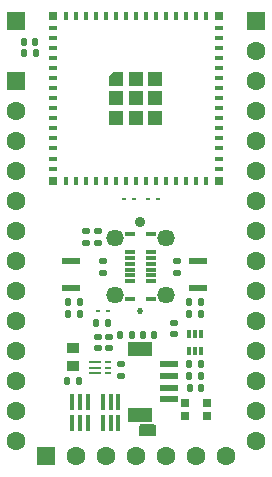
<source format=gbr>
%TF.GenerationSoftware,KiCad,Pcbnew,9.0.7-9.0.7~ubuntu22.04.1*%
%TF.CreationDate,2026-02-25T11:11:38-07:00*%
%TF.ProjectId,ESP32-S3-MINI-1U_UU,45535033-322d-4533-932d-4d494e492d31,rev?*%
%TF.SameCoordinates,Original*%
%TF.FileFunction,Soldermask,Top*%
%TF.FilePolarity,Negative*%
%FSLAX46Y46*%
G04 Gerber Fmt 4.6, Leading zero omitted, Abs format (unit mm)*
G04 Created by KiCad (PCBNEW 9.0.7-9.0.7~ubuntu22.04.1) date 2026-02-25 11:11:38*
%MOMM*%
%LPD*%
G01*
G04 APERTURE LIST*
G04 Aperture macros list*
%AMRoundRect*
0 Rectangle with rounded corners*
0 $1 Rounding radius*
0 $2 $3 $4 $5 $6 $7 $8 $9 X,Y pos of 4 corners*
0 Add a 4 corners polygon primitive as box body*
4,1,4,$2,$3,$4,$5,$6,$7,$8,$9,$2,$3,0*
0 Add four circle primitives for the rounded corners*
1,1,$1+$1,$2,$3*
1,1,$1+$1,$4,$5*
1,1,$1+$1,$6,$7*
1,1,$1+$1,$8,$9*
0 Add four rect primitives between the rounded corners*
20,1,$1+$1,$2,$3,$4,$5,0*
20,1,$1+$1,$4,$5,$6,$7,0*
20,1,$1+$1,$6,$7,$8,$9,0*
20,1,$1+$1,$8,$9,$2,$3,0*%
%AMOutline5P*
0 Free polygon, 5 corners , with rotation*
0 The origin of the aperture is its center*
0 number of corners: always 5*
0 $1 to $10 corner X, Y*
0 $11 Rotation angle, in degrees counterclockwise*
0 create outline with 5 corners*
4,1,5,$1,$2,$3,$4,$5,$6,$7,$8,$9,$10,$1,$2,$11*%
%AMOutline6P*
0 Free polygon, 6 corners , with rotation*
0 The origin of the aperture is its center*
0 number of corners: always 6*
0 $1 to $12 corner X, Y*
0 $13 Rotation angle, in degrees counterclockwise*
0 create outline with 6 corners*
4,1,6,$1,$2,$3,$4,$5,$6,$7,$8,$9,$10,$11,$12,$1,$2,$13*%
%AMOutline7P*
0 Free polygon, 7 corners , with rotation*
0 The origin of the aperture is its center*
0 number of corners: always 7*
0 $1 to $14 corner X, Y*
0 $15 Rotation angle, in degrees counterclockwise*
0 create outline with 7 corners*
4,1,7,$1,$2,$3,$4,$5,$6,$7,$8,$9,$10,$11,$12,$13,$14,$1,$2,$15*%
%AMOutline8P*
0 Free polygon, 8 corners , with rotation*
0 The origin of the aperture is its center*
0 number of corners: always 8*
0 $1 to $16 corner X, Y*
0 $17 Rotation angle, in degrees counterclockwise*
0 create outline with 8 corners*
4,1,8,$1,$2,$3,$4,$5,$6,$7,$8,$9,$10,$11,$12,$13,$14,$15,$16,$1,$2,$17*%
G04 Aperture macros list end*
%ADD10RoundRect,0.140000X-0.140000X-0.170000X0.140000X-0.170000X0.140000X0.170000X-0.140000X0.170000X0*%
%ADD11RoundRect,0.135000X0.135000X0.185000X-0.135000X0.185000X-0.135000X-0.185000X0.135000X-0.185000X0*%
%ADD12R,1.600000X1.600000*%
%ADD13C,1.600000*%
%ADD14RoundRect,0.062500X-0.117500X-0.062500X0.117500X-0.062500X0.117500X0.062500X-0.117500X0.062500X0*%
%ADD15RoundRect,0.062500X0.117500X0.062500X-0.117500X0.062500X-0.117500X-0.062500X0.117500X-0.062500X0*%
%ADD16R,1.000000X0.900000*%
%ADD17RoundRect,0.140000X0.140000X0.170000X-0.140000X0.170000X-0.140000X-0.170000X0.140000X-0.170000X0*%
%ADD18R,0.700000X0.700000*%
%ADD19RoundRect,0.147500X0.147500X0.172500X-0.147500X0.172500X-0.147500X-0.172500X0.147500X-0.172500X0*%
%ADD20RoundRect,0.135000X-0.185000X0.135000X-0.185000X-0.135000X0.185000X-0.135000X0.185000X0.135000X0*%
%ADD21RoundRect,0.147500X0.172500X-0.147500X0.172500X0.147500X-0.172500X0.147500X-0.172500X-0.147500X0*%
%ADD22RoundRect,0.135000X-0.135000X-0.185000X0.135000X-0.185000X0.135000X0.185000X-0.135000X0.185000X0*%
%ADD23R,1.550000X0.600000*%
%ADD24R,2.000000X1.200000*%
%ADD25RoundRect,0.140000X0.170000X-0.140000X0.170000X0.140000X-0.170000X0.140000X-0.170000X-0.140000X0*%
%ADD26RoundRect,0.135000X0.185000X-0.135000X0.185000X0.135000X-0.185000X0.135000X-0.185000X-0.135000X0*%
%ADD27R,0.800000X0.400000*%
%ADD28R,0.400000X0.800000*%
%ADD29Outline5P,-0.600000X0.204000X-0.204000X0.600000X0.600000X0.600000X0.600000X-0.600000X-0.600000X-0.600000X0.000000*%
%ADD30R,1.200000X1.200000*%
%ADD31R,0.800000X0.800000*%
%ADD32RoundRect,0.100000X0.100000X-0.562500X0.100000X0.562500X-0.100000X0.562500X-0.100000X-0.562500X0*%
%ADD33R,1.650000X0.500000*%
%ADD34RoundRect,0.087500X0.087500X-0.250000X0.087500X0.250000X-0.087500X0.250000X-0.087500X-0.250000X0*%
%ADD35C,0.520000*%
%ADD36C,0.890000*%
%ADD37R,0.870000X0.300000*%
%ADD38C,1.460000*%
%ADD39R,0.600000X0.250000*%
%ADD40R,1.000000X0.200000*%
G04 APERTURE END LIST*
D10*
%TO.C,C11*%
X186940000Y-145300000D03*
X187900000Y-145300000D03*
%TD*%
D11*
%TO.C,R14*%
X187910000Y-143300000D03*
X186890000Y-143300000D03*
%TD*%
D12*
%TO.C,J1*%
X174780000Y-151100000D03*
D13*
X177320000Y-151100000D03*
X179860000Y-151100000D03*
X182400000Y-151100000D03*
X184940000Y-151100000D03*
X187480000Y-151100000D03*
X190020000Y-151100000D03*
%TD*%
D14*
%TO.C,D7*%
X184270000Y-129300000D03*
X183430000Y-129300000D03*
%TD*%
D15*
%TO.C,D8*%
X181380000Y-129300000D03*
X182220000Y-129300000D03*
%TD*%
D16*
%TO.C,L1*%
X177060000Y-143500000D03*
X177060000Y-141900000D03*
%TD*%
D17*
%TO.C,C12*%
X187880000Y-138050000D03*
X186920000Y-138050000D03*
%TD*%
D18*
%TO.C,D6*%
X186570000Y-146565000D03*
X186570000Y-147665000D03*
X188400000Y-147665000D03*
X188400000Y-146565000D03*
%TD*%
D17*
%TO.C,C5*%
X177540000Y-144700000D03*
X176580000Y-144700000D03*
%TD*%
D19*
%TO.C,D4*%
X183945000Y-140800000D03*
X182975000Y-140800000D03*
%TD*%
D20*
%TO.C,R4*%
X185850000Y-134540000D03*
X185850000Y-135560000D03*
%TD*%
D12*
%TO.C,J6*%
X192560000Y-114260000D03*
D13*
X192560000Y-116800000D03*
X192560000Y-119340000D03*
X192560000Y-121880000D03*
X192560000Y-124420000D03*
X192560000Y-126960000D03*
X192560000Y-129500000D03*
X192560000Y-132040000D03*
X192560000Y-134580000D03*
X192560000Y-137120000D03*
X192560000Y-139660000D03*
X192560000Y-142200000D03*
X192560000Y-144740000D03*
X192560000Y-147280000D03*
X192560000Y-149820000D03*
%TD*%
D12*
%TO.C,J5*%
X172240000Y-119360000D03*
D13*
X172240000Y-121900000D03*
X172240000Y-124440000D03*
X172240000Y-126980000D03*
X172240000Y-129520000D03*
X172240000Y-132060000D03*
X172240000Y-134600000D03*
X172240000Y-137140000D03*
X172240000Y-139680000D03*
X172240000Y-142220000D03*
X172240000Y-144760000D03*
X172240000Y-147300000D03*
X172240000Y-149840000D03*
%TD*%
D21*
%TO.C,D5*%
X179200000Y-133020000D03*
X179200000Y-132050000D03*
%TD*%
D20*
%TO.C,R12*%
X178200000Y-132050000D03*
X178200000Y-133070000D03*
%TD*%
D22*
%TO.C,R13*%
X176640000Y-139050000D03*
X177660000Y-139050000D03*
%TD*%
D10*
%TO.C,C9*%
X179060000Y-139800000D03*
X180020000Y-139800000D03*
%TD*%
D23*
%TO.C,J3*%
X185161000Y-146300000D03*
X185161000Y-145300000D03*
X185161000Y-144300000D03*
X185161000Y-143300000D03*
D24*
X182736000Y-147600000D03*
X182736000Y-142000000D03*
%TD*%
D25*
%TO.C,C14*%
X185600000Y-140760000D03*
X185600000Y-139800000D03*
%TD*%
D11*
%TO.C,R16*%
X187910000Y-144300000D03*
X186890000Y-144300000D03*
%TD*%
D26*
%TO.C,R5*%
X179650000Y-135560000D03*
X179650000Y-134540000D03*
%TD*%
D14*
%TO.C,D1*%
X180035000Y-138800000D03*
X179195000Y-138800000D03*
%TD*%
D27*
%TO.C,U1*%
X175400000Y-114850000D03*
X175400000Y-115700000D03*
X175400000Y-116550000D03*
X175400000Y-117400000D03*
X175400000Y-118250000D03*
X175400000Y-119100000D03*
X175400000Y-119950000D03*
X175400000Y-120800000D03*
X175400000Y-121650000D03*
X175400000Y-122500000D03*
X175400000Y-123350000D03*
X175400000Y-124200000D03*
X175400000Y-125050000D03*
X175400000Y-125900000D03*
X175400000Y-126750000D03*
D28*
X176450000Y-127800000D03*
X177300000Y-127800000D03*
X178150000Y-127800000D03*
X179000000Y-127800000D03*
X179850000Y-127800000D03*
X180700000Y-127800000D03*
X181550000Y-127800000D03*
X182400000Y-127800000D03*
X183250000Y-127800000D03*
X184100000Y-127800000D03*
X184950000Y-127800000D03*
X185800000Y-127800000D03*
X186650000Y-127800000D03*
X187500000Y-127800000D03*
X188350000Y-127800000D03*
D27*
X189400000Y-126750000D03*
X189400000Y-125900000D03*
X189400000Y-125050000D03*
X189400000Y-124200000D03*
X189400000Y-123350000D03*
X189400000Y-122500000D03*
X189400000Y-121650000D03*
X189400000Y-120800000D03*
X189400000Y-119950000D03*
X189400000Y-119100000D03*
X189400000Y-118250000D03*
X189400000Y-117400000D03*
X189400000Y-116550000D03*
X189400000Y-115700000D03*
X189400000Y-114850000D03*
D28*
X188350000Y-113800000D03*
X187500000Y-113800000D03*
X186650000Y-113800000D03*
X185800000Y-113800000D03*
X184950000Y-113800000D03*
X184100000Y-113800000D03*
X183250000Y-113800000D03*
X182400000Y-113800000D03*
X181550000Y-113800000D03*
X180700000Y-113800000D03*
X179850000Y-113800000D03*
X179000000Y-113800000D03*
X178150000Y-113800000D03*
X177300000Y-113800000D03*
X176450000Y-113800000D03*
D29*
X180750000Y-119150000D03*
D30*
X180750000Y-120800000D03*
X180750000Y-122450000D03*
X182400000Y-119150000D03*
X182400000Y-120800000D03*
X182400000Y-122450000D03*
X184050000Y-119150000D03*
X184050000Y-120800000D03*
X184050000Y-122450000D03*
D31*
X175400000Y-113800000D03*
X175400000Y-127800000D03*
X189400000Y-127800000D03*
X189400000Y-113800000D03*
%TD*%
D17*
%TO.C,C4*%
X173900000Y-117000000D03*
X172940000Y-117000000D03*
%TD*%
D20*
%TO.C,R1*%
X181160000Y-143290000D03*
X181160000Y-144310000D03*
%TD*%
D32*
%TO.C,U3*%
X179610000Y-148287500D03*
X180260000Y-148287500D03*
X180910000Y-148287500D03*
X180910000Y-146512500D03*
X180260000Y-146512500D03*
X179610000Y-146512500D03*
%TD*%
D25*
%TO.C,C1*%
X179160000Y-141980000D03*
X179160000Y-141020000D03*
%TD*%
D32*
%TO.C,U2*%
X177010000Y-148287500D03*
X177660000Y-148287500D03*
X178310000Y-148287500D03*
X178310000Y-146512500D03*
X177660000Y-146512500D03*
X177010000Y-146512500D03*
%TD*%
D33*
%TO.C,S1*%
X176900000Y-134550000D03*
X176900000Y-136850000D03*
%TD*%
D10*
%TO.C,C10*%
X176670000Y-138050000D03*
X177630000Y-138050000D03*
%TD*%
D22*
%TO.C,R11*%
X181040000Y-140800000D03*
X182060000Y-140800000D03*
%TD*%
D34*
%TO.C,U4*%
X186900000Y-142212500D03*
X187400000Y-142212500D03*
X187900000Y-142212500D03*
X187900000Y-140787500D03*
X187400000Y-140787500D03*
X186900000Y-140787500D03*
%TD*%
D22*
%TO.C,R17*%
X186890000Y-139050000D03*
X187910000Y-139050000D03*
%TD*%
D12*
%TO.C,J4*%
X172240000Y-114270000D03*
%TD*%
D17*
%TO.C,C3*%
X173880000Y-116000000D03*
X172920000Y-116000000D03*
%TD*%
D25*
%TO.C,C2*%
X180160000Y-141980000D03*
X180160000Y-141020000D03*
%TD*%
D35*
%TO.C,J2*%
X182785000Y-138800000D03*
D36*
X182785000Y-131300000D03*
D37*
X181920000Y-137800000D03*
X181920000Y-136300000D03*
X181920000Y-135800000D03*
X181920000Y-135300000D03*
X181920000Y-134800000D03*
X181920000Y-134300000D03*
X181920000Y-133800000D03*
X181920000Y-132300000D03*
X183650000Y-132300000D03*
X183650000Y-133800000D03*
X183650000Y-134300000D03*
X183650000Y-134800000D03*
X183650000Y-135300000D03*
X183650000Y-135800000D03*
X183650000Y-136300000D03*
X183650000Y-137800000D03*
D38*
X180635000Y-137450000D03*
X180635000Y-132650000D03*
X184935000Y-132650000D03*
X184935000Y-137450000D03*
%TD*%
D33*
%TO.C,S2*%
X187650000Y-134550000D03*
X187650000Y-136850000D03*
%TD*%
D39*
%TO.C,IC1*%
X180060000Y-144100000D03*
X180060000Y-143600000D03*
X180060000Y-143100000D03*
D40*
X178960000Y-143100000D03*
X178960000Y-143600000D03*
X178960000Y-144100000D03*
%TD*%
G36*
X184033125Y-148419685D02*
G01*
X184078880Y-148472489D01*
X184090086Y-148524000D01*
X184090086Y-149276000D01*
X184070401Y-149343039D01*
X184017597Y-149388794D01*
X183966086Y-149400000D01*
X182814086Y-149400000D01*
X182747047Y-149380315D01*
X182701292Y-149327511D01*
X182690086Y-149276000D01*
X182690086Y-148524000D01*
X182709771Y-148456961D01*
X182762575Y-148411206D01*
X182814086Y-148400000D01*
X183966086Y-148400000D01*
X184033125Y-148419685D01*
G37*
M02*

</source>
